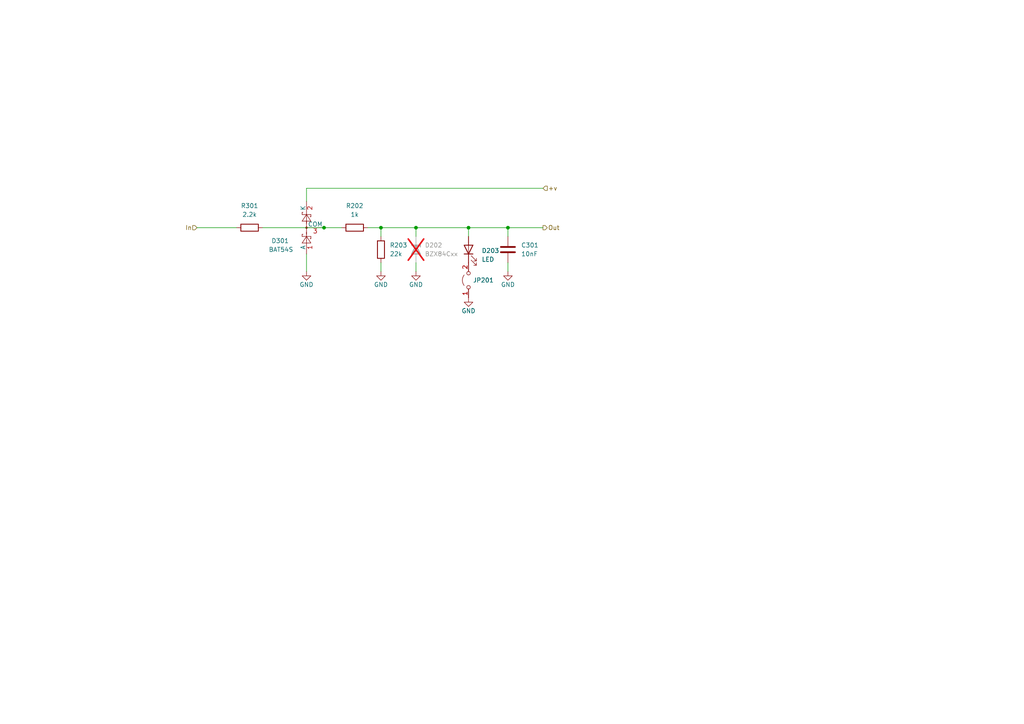
<source format=kicad_sch>
(kicad_sch (version 20230121) (generator eeschema)
  (paper "A4")
  (lib_symbols
    (symbol "Device:C" (pin_numbers hide) (pin_names (offset 0.254))
      (property "Reference" "C" (at 0.635 2.54 0))
      (property "Value" "C" (at 0.635 -2.54 0))
      (symbol "C_0_1"
        (polyline (pts (xy -2.032 -0.762) (xy 2.032 -0.762)) (stroke (width 0.508)))
        (polyline (pts (xy -2.032 0.762) (xy 2.032 0.762)) (stroke (width 0.508)))
      )
      (symbol "C_1_1"
        (pin passive line (at 0 3.81 270) (length 2.794) (name "~") (number "1"))
        (pin passive line (at 0 -3.81 90) (length 2.794) (name "~") (number "2"))
      )
    )
    (symbol "Device:LED" (pin_numbers hide) (pin_names (offset 1.016) hide)
      (property "Reference" "D" (at 0 2.54 0))
      (property "Value" "LED" (at 0 -2.54 0))
      (symbol "LED_0_1"
        (polyline (pts (xy -1.27 -1.27) (xy -1.27 1.27)) (stroke (width 0.254)))
        (polyline (pts (xy -1.27 0) (xy 1.27 0)))
        (polyline (pts (xy 1.27 -1.27) (xy 1.27 1.27) (xy -1.27 0) (xy 1.27 -1.27)) (stroke (width 0.254)))
        (polyline (pts (xy -3.048 -0.762) (xy -4.572 -2.286) (xy -3.81 -2.286) (xy -4.572 -2.286) (xy -4.572 -1.524)))
        (polyline (pts (xy -1.778 -0.762) (xy -3.302 -2.286) (xy -2.54 -2.286) (xy -3.302 -2.286) (xy -3.302 -1.524)))
      )
      (symbol "LED_1_1"
        (pin passive line (at -3.81 0 0) (length 2.54) (name "K") (number "1"))
        (pin passive line (at 3.81 0 180) (length 2.54) (name "A") (number "2"))
      )
    )
    (symbol "Device:R" (pin_numbers hide) (pin_names (offset 0))
      (property "Reference" "R" (at 2.032 0 90))
      (property "Value" "R" (at 0 0 90))
      (symbol "R_0_1"
        (rectangle (start -1.016 -2.54) (end 1.016 2.54) (stroke (width 0.254)))
      )
      (symbol "R_1_1"
        (pin passive line (at 0 3.81 270) (length 1.27) (name "~") (number "1"))
        (pin passive line (at 0 -3.81 90) (length 1.27) (name "~") (number "2"))
      )
    )
    (symbol "Diode:BAT54S" (pin_names (offset 0))
      (property "Reference" "D" (at 2.54 -5.08 0))
      (property "Value" "BAT54S" (at -6.35 3.175 0))
      (symbol "BAT54S_0_1"
        (polyline (pts (xy -3.81 0) (xy -1.27 0)))
        (polyline (pts (xy -3.175 -1.27) (xy -3.175 -1.016)))
        (polyline (pts (xy -2.54 -1.27) (xy -3.175 -1.27)))
        (polyline (pts (xy -2.54 -1.27) (xy -2.54 1.27)))
        (polyline (pts (xy -2.54 1.27) (xy -1.905 1.27)))
        (polyline (pts (xy -1.905 0) (xy 1.905 0)))
        (polyline (pts (xy -1.905 1.27) (xy -1.905 1.016)))
        (polyline (pts (xy 1.27 0) (xy 3.81 0)))
        (polyline (pts (xy 3.175 -1.27) (xy 3.175 -1.016)))
        (polyline (pts (xy 3.81 -1.27) (xy 3.175 -1.27)))
        (polyline (pts (xy 3.81 -1.27) (xy 3.81 1.27)))
        (polyline (pts (xy 3.81 1.27) (xy 4.445 1.27)))
        (polyline (pts (xy 4.445 1.27) (xy 4.445 1.016)))
        (polyline (pts (xy -4.445 1.27) (xy -4.445 -1.27) (xy -2.54 0) (xy -4.445 1.27)))
        (polyline (pts (xy 1.905 1.27) (xy 1.905 -1.27) (xy 3.81 0) (xy 1.905 1.27)))
        (circle (center 0 0) (radius 0.254) (fill (type outline)))
      )
      (symbol "BAT54S_1_1"
        (pin passive line (at -7.62 0 0) (length 3.81) (name "A") (number "1"))
        (pin passive line (at 7.62 0 180) (length 3.81) (name "K") (number "2"))
        (pin passive line (at 0 -5.08 90) (length 5.08) (name "COM") (number "3"))
      )
    )
    (symbol "Diode:BZX84Cxx" (pin_numbers hide) (pin_names hide)
      (property "Reference" "D" (at 0 3.81 0))
      (property "Value" "BZX84Cxx" (at 0 -3.81 0))
      (symbol "BZX84Cxx_0_1"
        (polyline (pts (xy 1.27 0) (xy -1.27 0)))
        (polyline (pts (xy -1.27 -1.27) (xy -1.27 1.27) (xy -0.762 1.27)) (stroke (width 0.254)))
        (polyline (pts (xy 1.27 -1.27) (xy 1.27 1.27) (xy -1.27 0) (xy 1.27 -1.27)) (stroke (width 0.254)))
      )
      (symbol "BZX84Cxx_1_1"
        (pin passive line (at 3.81 0 180) (length 2.54) (name "A") (number "1"))
        (pin no_connect line (at 1.27 0 180) (length 2.54) hide (name "NC") (number "2"))
        (pin passive line (at -3.81 0 0) (length 2.54) (name "K") (number "3"))
      )
    )
    (symbol "Jumper:Jumper_2_Open" (pin_names (offset 0) hide)
      (property "Reference" "JP" (at 0 2.794 0))
      (property "Value" "Jumper_2_Open" (at 0 -2.286 0))
      (symbol "Jumper_2_Open_0_0"
        (circle (center -2.032 0) (radius 0.508))
        (circle (center 2.032 0) (radius 0.508))
      )
      (symbol "Jumper_2_Open_0_1"
        (arc (start 1.524 1.27) (mid 0 1.778) (end -1.524 1.27))
      )
      (symbol "Jumper_2_Open_1_1"
        (pin passive line (at -5.08 0 0) (length 2.54) (name "A") (number "1"))
        (pin passive line (at 5.08 0 180) (length 2.54) (name "B") (number "2"))
      )
    )
    (symbol "power:GND" (power) (pin_numbers hide) (pin_names (offset 0) hide)
      (property "Value" "GND" (at 0 -3.81 0))
      (symbol "GND_0_1"
        (polyline (pts (xy 0 0) (xy 0 -1.27) (xy 1.27 -1.27) (xy 0 -2.54) (xy -1.27 -1.27) (xy 0 -1.27)))
      )
      (symbol "GND_1_1"
        (pin power_in line (at 0 0 270) (length 0) hide (name "GND") (number "1"))
      )
    )
  )
  (junction (at 93.98 66.04))
  (junction (at 135.89 66.04))
  (junction (at 147.32 66.04))
  (junction (at 120.65 66.04))
  (junction (at 110.49 66.04))
  (wire (pts (xy 93.98 66.04) (xy 99.06 66.04)))
  (wire (pts (xy 88.9 54.61) (xy 88.9 58.42)))
  (wire (pts (xy 147.32 76.2) (xy 147.32 78.74)))
  (wire (pts (xy 88.9 73.66) (xy 88.9 78.74)))
  (wire (pts (xy 57.15 66.04) (xy 68.58 66.04)))
  (wire (pts (xy 147.32 68.58) (xy 147.32 66.04)))
  (wire (pts (xy 76.2 66.04) (xy 93.98 66.04)))
  (wire (pts (xy 147.32 66.04) (xy 157.48 66.04)))
  (wire (pts (xy 110.49 66.04) (xy 110.49 68.58)))
  (wire (pts (xy 157.48 54.61) (xy 88.9 54.61)))
  (wire (pts (xy 120.65 76.2) (xy 120.65 78.74)))
  (wire (pts (xy 110.49 66.04) (xy 120.65 66.04)))
  (wire (pts (xy 135.89 66.04) (xy 135.89 68.58)))
  (wire (pts (xy 106.68 66.04) (xy 110.49 66.04)))
  (wire (pts (xy 110.49 76.2) (xy 110.49 78.74)))
  (wire (pts (xy 135.89 66.04) (xy 120.65 66.04)))
  (wire (pts (xy 120.65 66.04) (xy 120.65 68.58)))
  (wire (pts (xy 147.32 66.04) (xy 135.89 66.04)))
  (hierarchical_label "Out" (shape output) (at 157.48 66.04 0))
  (hierarchical_label "In" (shape input) (at 57.15 66.04 180))
  (hierarchical_label "+v" (shape input) (at 157.48 54.61 0))
  (symbol (lib_id "Device:LED") (at 135.89 72.39 90) (unit 1)
    (property "Reference" "D203" (at 139.7 72.7075 90) (effects (justify right)))
    (property "Value" "LED" (at 139.7 75.2475 90) (effects (justify right)))
    (property "Footprint" "LED_THT:LED_D3.0mm" (effects hide))
    (instances (project "EspIO" (path "" (reference "D203") (unit 1)) (path "" (reference "D303") (unit 1)) (path "" (reference "D403") (unit 1)) (path "" (reference "D503") (unit 1)) (path "" (reference "D603") (unit 1)) (path "" (reference "D703") (unit 1)) (path "" (reference "D803") (unit 1)) (path "" (reference "D903") (unit 1))))
  )
  (symbol (lib_id "power:GND") (at 135.89 86.36 0) (unit 1)
    (property "Reference" "#PWR0204" (effects hide))
    (property "Value" "GND" (at 135.89 90.17 0))
    (instances (project "EspIO" (path "" (reference "#PWR0204") (unit 1)) (path "" (reference "#PWR0304") (unit 1)) (path "" (reference "#PWR0404") (unit 1)) (path "" (reference "#PWR0504") (unit 1)) (path "" (reference "#PWR0604") (unit 1)) (path "" (reference "#PWR0704") (unit 1)) (path "" (reference "#PWR0804") (unit 1)) (path "" (reference "#PWR0904") (unit 1))))
  )
  (symbol (lib_id "Device:C") (at 147.32 72.39 0) (unit 1)
    (property "Reference" "C301" (at 151.13 71.12 0) (effects (justify left)))
    (property "Value" "10nF" (at 151.13 73.66 0) (effects (justify left)))
    (property "Footprint" "Capacitor_SMD:C_0805_2012Metric" (effects hide))
    (instances (project "EspIO" (path "" (reference "C301") (unit 1)) (path "" (reference "C501") (unit 1)) (path "" (reference "C701") (unit 1)) (path "" (reference "C901") (unit 1)) (path "" (reference "C201") (unit 1)) (path "" (reference "C401") (unit 1)) (path "" (reference "C601") (unit 1)) (path "" (reference "C801") (unit 1))))
  )
  (symbol (lib_id "power:GND") (at 110.49 78.74 0) (unit 1)
    (property "Reference" "#PWR0202" (effects hide))
    (property "Value" "GND" (at 110.49 82.55 0))
    (instances (project "EspIO" (path "" (reference "#PWR0202") (unit 1)) (path "" (reference "#PWR0302") (unit 1)) (path "" (reference "#PWR0402") (unit 1)) (path "" (reference "#PWR0502") (unit 1)) (path "" (reference "#PWR0602") (unit 1)) (path "" (reference "#PWR0702") (unit 1)) (path "" (reference "#PWR0802") (unit 1)) (path "" (reference "#PWR0902") (unit 1))))
  )
  (symbol (lib_id "Device:R") (at 110.49 72.39 180) (unit 1)
    (property "Reference" "R203" (at 113.03 71.12 0) (effects (justify right)))
    (property "Value" "22k" (at 113.03 73.66 0) (effects (justify right)))
    (property "Footprint" "Resistor_SMD:R_0805_2012Metric" (effects hide))
    (instances (project "EspIO" (path "" (reference "R203") (unit 1)) (path "" (reference "R303") (unit 1)) (path "" (reference "R503") (unit 1)) (path "" (reference "R703") (unit 1)) (path "" (reference "R903") (unit 1)) (path "" (reference "R403") (unit 1)) (path "" (reference "R603") (unit 1)) (path "" (reference "R803") (unit 1))))
  )
  (symbol (lib_id "Diode:BAT54S") (at 88.9 66.04 90) (unit 1)
    (property "Reference" "D301" (at 83.82 69.85 90) (effects (justify left)))
    (property "Value" "BAT54S" (at 85.09 72.39 90) (effects (justify left)))
    (property "Footprint" "Package_TO_SOT_SMD:SOT-23" (effects hide))
    (property "Datasheet" "https://www.diodes.com/assets/Datasheets/ds11005.pdf" (effects hide))
    (instances (project "EspIO" (path "" (reference "D301") (unit 1)) (path "" (reference "D501") (unit 1)) (path "" (reference "D701") (unit 1)) (path "" (reference "D901") (unit 1)) (path "" (reference "D201") (unit 1)) (path "" (reference "D401") (unit 1)) (path "" (reference "D601") (unit 1)) (path "" (reference "D801") (unit 1))))
  )
  (symbol (lib_id "Jumper:Jumper_2_Open") (at 135.89 81.28 90) (unit 1)
    (property "Reference" "JP201" (at 137.16 81.28 90) (effects (justify right)))
    (property "Value" "Jumper_2_Open" (effects hide))
    (property "Footprint" "Connector_PinHeader_2.54mm:PinHeader_1x02_P2.54mm_Vertical" (effects hide))
    (instances (project "EspIO" (path "" (reference "JP201") (unit 1)) (path "" (reference "JP301") (unit 1)) (path "" (reference "JP401") (unit 1)) (path "" (reference "JP501") (unit 1)) (path "" (reference "JP601") (unit 1)) (path "" (reference "JP701") (unit 1)) (path "" (reference "JP801") (unit 1)) (path "" (reference "JP901") (unit 1))))
  )
  (symbol (lib_id "power:GND") (at 88.9 78.74 0) (unit 1)
    (property "Reference" "#PWR0201" (effects hide))
    (property "Value" "GND" (at 88.9 82.55 0))
    (instances (project "EspIO" (path "" (reference "#PWR0201") (unit 1)) (path "" (reference "#PWR0301") (unit 1)) (path "" (reference "#PWR0401") (unit 1)) (path "" (reference "#PWR0501") (unit 1)) (path "" (reference "#PWR0601") (unit 1)) (path "" (reference "#PWR0701") (unit 1)) (path "" (reference "#PWR0801") (unit 1)) (path "" (reference "#PWR0901") (unit 1))))
  )
  (symbol (lib_id "power:GND") (at 147.32 78.74 0) (unit 1)
    (property "Reference" "#PWR0205" (effects hide))
    (property "Value" "GND" (at 147.32 82.55 0))
    (instances (project "EspIO" (path "" (reference "#PWR0205") (unit 1)) (path "" (reference "#PWR0305") (unit 1)) (path "" (reference "#PWR0405") (unit 1)) (path "" (reference "#PWR0505") (unit 1)) (path "" (reference "#PWR0605") (unit 1)) (path "" (reference "#PWR0705") (unit 1)) (path "" (reference "#PWR0805") (unit 1)) (path "" (reference "#PWR0905") (unit 1))))
  )
  (symbol (lib_id "power:GND") (at 120.65 78.74 0) (unit 1)
    (property "Reference" "#PWR0203" (effects hide))
    (property "Value" "GND" (at 120.65 82.55 0))
    (instances (project "EspIO" (path "" (reference "#PWR0203") (unit 1)) (path "" (reference "#PWR0303") (unit 1)) (path "" (reference "#PWR0403") (unit 1)) (path "" (reference "#PWR0503") (unit 1)) (path "" (reference "#PWR0603") (unit 1)) (path "" (reference "#PWR0703") (unit 1)) (path "" (reference "#PWR0803") (unit 1)) (path "" (reference "#PWR0903") (unit 1))))
  )
  (symbol (lib_id "Diode:BZX84Cxx") (at 120.65 72.39 270) (unit 1) (on_board no) (dnp yes)
    (property "Reference" "D202" (at 123.19 71.12 90) (effects (justify left)))
    (property "Value" "BZX84Cxx" (at 123.19 73.66 90) (effects (justify left)))
    (property "Footprint" "Package_TO_SOT_SMD:SOT-23" (effects hide))
    (property "Datasheet" "https://diotec.com/tl_files/diotec/files/pdf/datasheets/bzx84c2v4.pdf" (effects hide))
    (instances (project "EspIO" (path "" (reference "D202") (unit 1)) (path "" (reference "D302") (unit 1)) (path "" (reference "D402") (unit 1)) (path "" (reference "D502") (unit 1)) (path "" (reference "D602") (unit 1)) (path "" (reference "D702") (unit 1)) (path "" (reference "D802") (unit 1)) (path "" (reference "D902") (unit 1))))
  )
  (symbol (lib_id "Device:R") (at 72.39 66.04 90) (unit 1)
    (property "Reference" "R301" (at 72.39 59.69 90))
    (property "Value" "2.2k" (at 72.39 62.23 90))
    (property "Footprint" "Resistor_SMD:R_0805_2012Metric" (effects hide))
    (instances (project "EspIO" (path "" (reference "R301") (unit 1)) (path "" (reference "R501") (unit 1)) (path "" (reference "R701") (unit 1)) (path "" (reference "R901") (unit 1)) (path "" (reference "R201") (unit 1)) (path "" (reference "R401") (unit 1)) (path "" (reference "R601") (unit 1)) (path "" (reference "R801") (unit 1))))
  )
  (symbol (lib_id "Device:R") (at 102.87 66.04 90) (unit 1)
    (property "Reference" "R202" (at 102.87 59.69 90))
    (property "Value" "1k" (at 102.87 62.23 90))
    (property "Footprint" "Resistor_SMD:R_0805_2012Metric" (effects hide))
    (instances (project "EspIO" (path "" (reference "R202") (unit 1)) (path "" (reference "R302") (unit 1)) (path "" (reference "R502") (unit 1)) (path "" (reference "R702") (unit 1)) (path "" (reference "R902") (unit 1)) (path "" (reference "R402") (unit 1)) (path "" (reference "R602") (unit 1)) (path "" (reference "R802") (unit 1))))
  )
)
</source>
